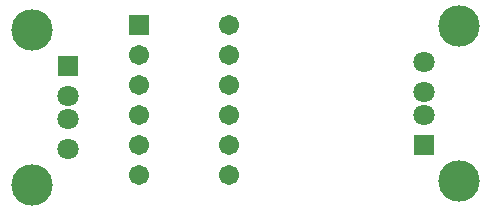
<source format=gbr>
G04 DipTrace 3.1.0.1*
G04 BottomMask.gbr*
%MOIN*%
G04 #@! TF.FileFunction,Soldermask,Bot*
G04 #@! TF.Part,Single*
%ADD28C,0.067087*%
%ADD30R,0.067087X0.067087*%
%ADD34C,0.137953*%
%ADD36C,0.071024*%
%ADD38R,0.071024X0.071024*%
%FSLAX26Y26*%
G04*
G70*
G90*
G75*
G01*
G04 BotMask*
%LPD*%
D38*
X751955Y999790D3*
D36*
Y901365D3*
Y822625D3*
Y724199D3*
D34*
X633845Y1120656D3*
Y603333D3*
D38*
X1938373Y737782D3*
D36*
Y836207D3*
Y914948D3*
Y1013373D3*
D34*
X2056483Y616916D3*
Y1134239D3*
D30*
X988373Y1137782D3*
D28*
Y1037782D3*
Y937782D3*
Y837782D3*
Y737782D3*
Y637782D3*
X1288373D3*
Y737782D3*
Y837782D3*
Y937782D3*
Y1037782D3*
Y1137782D3*
M02*

</source>
